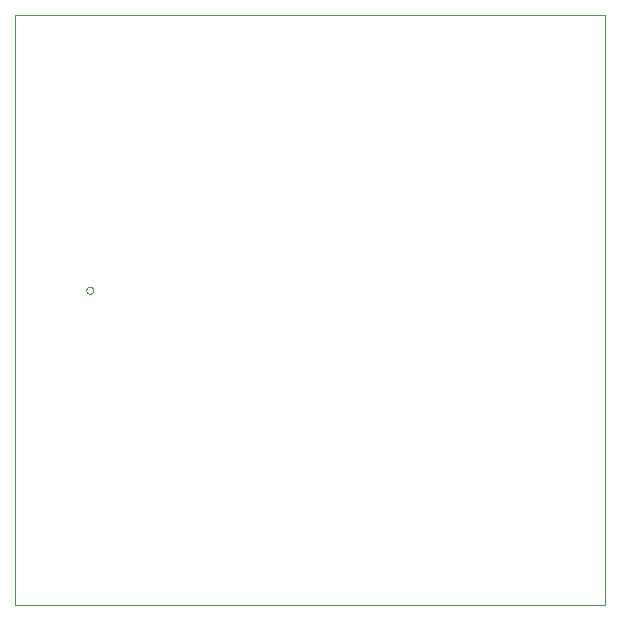
<source format=gbp>
G75*
%MOIN*%
%OFA0B0*%
%FSLAX25Y25*%
%IPPOS*%
%LPD*%
%AMOC8*
5,1,8,0,0,1.08239X$1,22.5*
%
%ADD10C,0.00000*%
D10*
X0001600Y0001600D02*
X0001600Y0198450D01*
X0198450Y0198450D01*
X0198450Y0001600D01*
X0001600Y0001600D01*
X0025419Y0106600D02*
X0025421Y0106669D01*
X0025427Y0106737D01*
X0025437Y0106805D01*
X0025451Y0106872D01*
X0025469Y0106939D01*
X0025490Y0107004D01*
X0025516Y0107068D01*
X0025545Y0107130D01*
X0025577Y0107190D01*
X0025613Y0107249D01*
X0025653Y0107305D01*
X0025695Y0107359D01*
X0025741Y0107410D01*
X0025790Y0107459D01*
X0025841Y0107505D01*
X0025895Y0107547D01*
X0025951Y0107587D01*
X0026009Y0107623D01*
X0026070Y0107655D01*
X0026132Y0107684D01*
X0026196Y0107710D01*
X0026261Y0107731D01*
X0026328Y0107749D01*
X0026395Y0107763D01*
X0026463Y0107773D01*
X0026531Y0107779D01*
X0026600Y0107781D01*
X0026669Y0107779D01*
X0026737Y0107773D01*
X0026805Y0107763D01*
X0026872Y0107749D01*
X0026939Y0107731D01*
X0027004Y0107710D01*
X0027068Y0107684D01*
X0027130Y0107655D01*
X0027190Y0107623D01*
X0027249Y0107587D01*
X0027305Y0107547D01*
X0027359Y0107505D01*
X0027410Y0107459D01*
X0027459Y0107410D01*
X0027505Y0107359D01*
X0027547Y0107305D01*
X0027587Y0107249D01*
X0027623Y0107190D01*
X0027655Y0107130D01*
X0027684Y0107068D01*
X0027710Y0107004D01*
X0027731Y0106939D01*
X0027749Y0106872D01*
X0027763Y0106805D01*
X0027773Y0106737D01*
X0027779Y0106669D01*
X0027781Y0106600D01*
X0027779Y0106531D01*
X0027773Y0106463D01*
X0027763Y0106395D01*
X0027749Y0106328D01*
X0027731Y0106261D01*
X0027710Y0106196D01*
X0027684Y0106132D01*
X0027655Y0106070D01*
X0027623Y0106009D01*
X0027587Y0105951D01*
X0027547Y0105895D01*
X0027505Y0105841D01*
X0027459Y0105790D01*
X0027410Y0105741D01*
X0027359Y0105695D01*
X0027305Y0105653D01*
X0027249Y0105613D01*
X0027191Y0105577D01*
X0027130Y0105545D01*
X0027068Y0105516D01*
X0027004Y0105490D01*
X0026939Y0105469D01*
X0026872Y0105451D01*
X0026805Y0105437D01*
X0026737Y0105427D01*
X0026669Y0105421D01*
X0026600Y0105419D01*
X0026531Y0105421D01*
X0026463Y0105427D01*
X0026395Y0105437D01*
X0026328Y0105451D01*
X0026261Y0105469D01*
X0026196Y0105490D01*
X0026132Y0105516D01*
X0026070Y0105545D01*
X0026009Y0105577D01*
X0025951Y0105613D01*
X0025895Y0105653D01*
X0025841Y0105695D01*
X0025790Y0105741D01*
X0025741Y0105790D01*
X0025695Y0105841D01*
X0025653Y0105895D01*
X0025613Y0105951D01*
X0025577Y0106009D01*
X0025545Y0106070D01*
X0025516Y0106132D01*
X0025490Y0106196D01*
X0025469Y0106261D01*
X0025451Y0106328D01*
X0025437Y0106395D01*
X0025427Y0106463D01*
X0025421Y0106531D01*
X0025419Y0106600D01*
M02*

</source>
